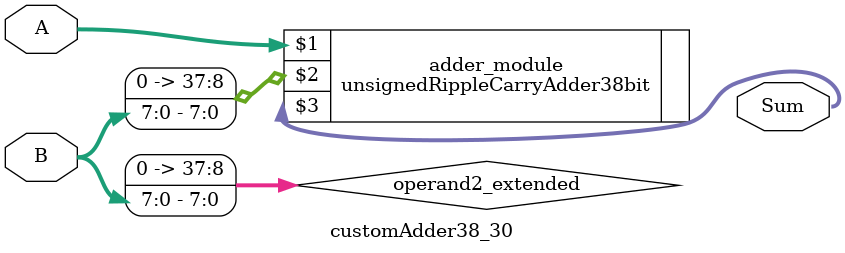
<source format=v>
module customAdder38_30(
                        input [37 : 0] A,
                        input [7 : 0] B,
                        
                        output [38 : 0] Sum
                );

        wire [37 : 0] operand2_extended;
        
        assign operand2_extended =  {30'b0, B};
        
        unsignedRippleCarryAdder38bit adder_module(
            A,
            operand2_extended,
            Sum
        );
        
        endmodule
        
</source>
